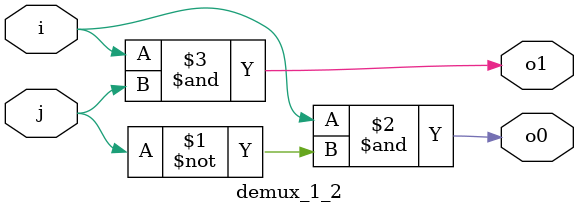
<source format=v>
module demux_1_2(input wire i, j, output wire o0, o1);
	assign o0 = i&(~j);
    assign o1 = i&j;
endmodule

</source>
